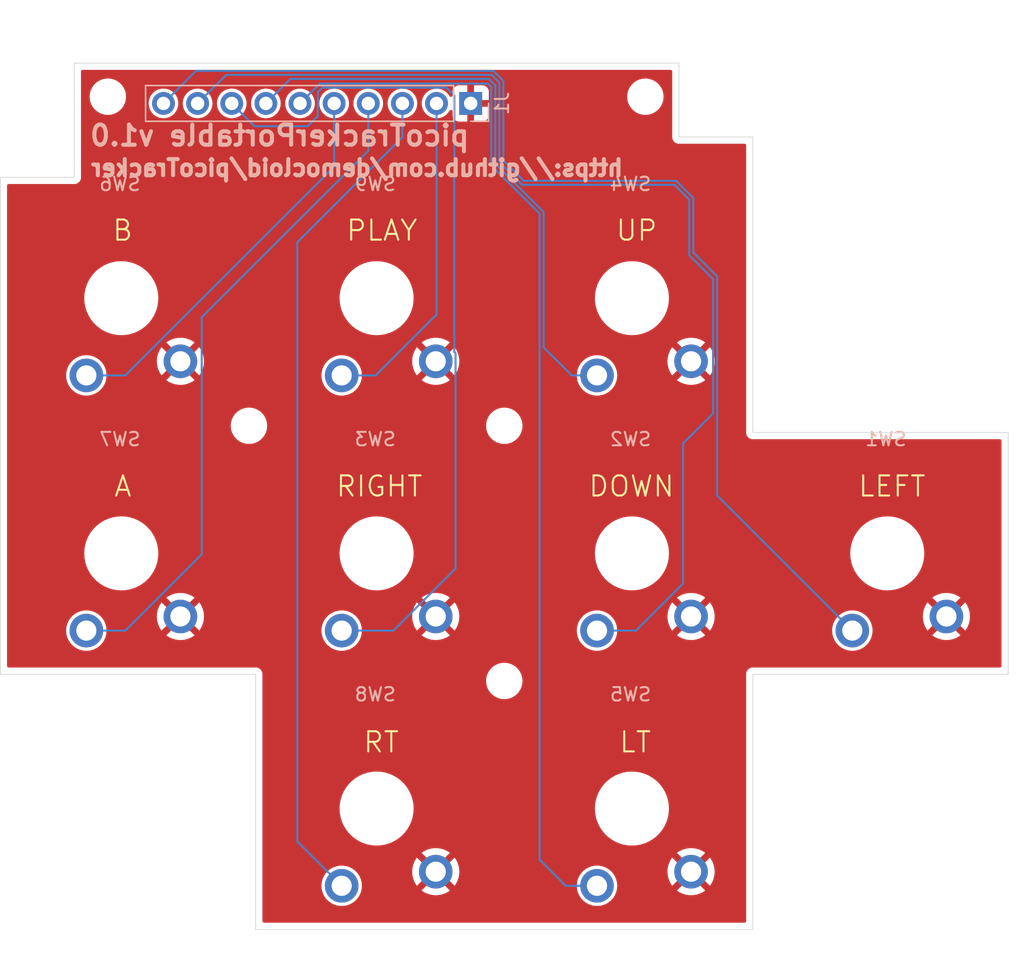
<source format=kicad_pcb>
(kicad_pcb (version 20221018) (generator pcbnew)
  (title_block (title "RP2040 Minimal Design Example") (date "2020-07-13") (rev "REV1") (company "Raspberry Pi (Trading) Ltd"))
  (layers (0 "F.Cu" signal) (31 "B.Cu" signal) (34 "B.Paste" user) (35 "F.Paste" user) (36 "B.SilkS" user "B.Silkscreen") (37 "F.SilkS" user "F.Silkscreen") (38 "B.Mask" user) (39 "F.Mask" user) (44 "Edge.Cuts" user))
  (net 0 "")
  (net 1 "/SW_LEFT")
  (net 2 "/SW_DOWN")
  (net 3 "/SW_RIGHT")
  (net 4 "/SW_UP")
  (net 5 "/SW_LT")
  (net 6 "/SW_B")
  (net 7 "/SW_A")
  (net 8 "/SW_RT")
  (net 9 "/SW_PLAY")
  (net 10 "/GND")
  (footprint "MountingHole:MountingHole_2.2mm_M2" (layer "F.Cu") (at 37.5 82.5)
    (fp_text reference "H3" hide)
    (fp_text value "MountingHole")
    (pad "" np_thru_hole circle locked (at 0 0) (size 2.2 2.2) (drill 2.2) (layers "*.Cu" "*.Mask"))
  )
  (footprint "MountingHole:MountingHole_2.2mm_M2" (layer "F.Cu") (at 37.5 101.5)
    (fp_text reference "H5" hide)
    (fp_text value "MountingHole")
    (pad "" np_thru_hole circle locked (at 0 0) (size 2.2 2.2) (drill 2.2) (layers "*.Cu" "*.Mask"))
  )
  (footprint "MountingHole:MountingHole_2.2mm_M2" (layer "F.Cu") (at 48 58)
    (fp_text reference "H1" hide)
    (fp_text value "MountingHole")
    (pad "" np_thru_hole circle locked (at 0 0) (size 2.2 2.2) (drill 2.2) (layers "*.Cu" "*.Mask"))
  )
  (footprint "MountingHole:MountingHole_2.2mm_M2" (layer "F.Cu") (at 18.5 82.5)
    (fp_text reference "H4" hide)
    (fp_text value "MountingHole")
    (pad "" np_thru_hole circle locked (at 0 0) (size 2.2 2.2) (drill 2.2) (layers "*.Cu" "*.Mask"))
  )
  (footprint "MountingHole:MountingHole_2.2mm_M2" (layer "F.Cu") (at 8 58)
    (fp_text reference "H2" hide)
    (fp_text value "MountingHole")
    (pad "" np_thru_hole circle locked (at 0 0) (size 2.2 2.2) (drill 2.2) (layers "*.Cu" "*.Mask"))
  )
  (footprint "GateronSwitch:gateron-ks27" (layer "B.Cu") (at 66 92 180)
    (fp_text reference "SW1" (at 0.1 8.5 unlocked) (layer "B.SilkS") (effects (justify mirror)))
    (fp_text value "LEFT")
    (pad "" np_thru_hole circle locked (at 0 0 180) (size 5 5) (drill 5) (layers "F&B.Cu" "*.Mask"))
    (pad "1" thru_hole circle locked (at 2.6 -5.75 180) (size 2.5 2.5) (drill 1.5) (layers "*.Cu" "*.Mask") (net 1 "/SW_LEFT"))
    (pad "2" thru_hole circle locked (at -4.4 -4.7 180) (size 2.5 2.5) (drill 1.5) (layers "*.Cu" "*.Mask") (net 10 "/GND"))
  )
  (footprint "GateronSwitch:gateron-ks27" (layer "B.Cu") (at 9 92 180)
    (fp_text reference "SW7" (at 0.1 8.5 unlocked) (layer "B.SilkS") (effects (justify mirror)))
    (fp_text value "A")
    (pad "" np_thru_hole circle locked (at 0 0 180) (size 5 5) (drill 5) (layers "F&B.Cu" "*.Mask"))
    (pad "1" thru_hole circle locked (at 2.6 -5.75 180) (size 2.5 2.5) (drill 1.5) (layers "*.Cu" "*.Mask") (net 7 "/SW_A"))
    (pad "2" thru_hole circle locked (at -4.4 -4.7 180) (size 2.5 2.5) (drill 1.5) (layers "*.Cu" "*.Mask") (net 10 "/GND"))
  )
  (footprint "GateronSwitch:gateron-ks27" (layer "B.Cu") (at 47 92 180)
    (fp_text reference "SW2" (at 0.1 8.5 unlocked) (layer "B.SilkS") (effects (justify mirror)))
    (fp_text value "DOWN")
    (pad "" np_thru_hole circle locked (at 0 0 180) (size 5 5) (drill 5) (layers "F&B.Cu" "*.Mask"))
    (pad "1" thru_hole circle locked (at 2.6 -5.75 180) (size 2.5 2.5) (drill 1.5) (layers "*.Cu" "*.Mask") (net 2 "/SW_DOWN"))
    (pad "2" thru_hole circle locked (at -4.4 -4.7 180) (size 2.5 2.5) (drill 1.5) (layers "*.Cu" "*.Mask") (net 10 "/GND"))
  )
  (footprint "GateronSwitch:gateron-ks27" (layer "B.Cu") (at 9 73 180)
    (fp_text reference "SW6" (at 0.1 8.5 unlocked) (layer "B.SilkS") (effects (justify mirror)))
    (fp_text value "B")
    (pad "" np_thru_hole circle locked (at 0 0 180) (size 5 5) (drill 5) (layers "F&B.Cu" "*.Mask"))
    (pad "1" thru_hole circle locked (at 2.6 -5.75 180) (size 2.5 2.5) (drill 1.5) (layers "*.Cu" "*.Mask") (net 6 "/SW_B"))
    (pad "2" thru_hole circle locked (at -4.4 -4.7 180) (size 2.5 2.5) (drill 1.5) (layers "*.Cu" "*.Mask") (net 10 "/GND"))
  )
  (footprint "GateronSwitch:gateron-ks27" (layer "B.Cu") (at 47 111 180)
    (fp_text reference "SW5" (at 0.1 8.5 unlocked) (layer "B.SilkS") (effects (justify mirror)))
    (fp_text value "LT")
    (pad "" np_thru_hole circle locked (at 0 0 180) (size 5 5) (drill 5) (layers "F&B.Cu" "*.Mask"))
    (pad "1" thru_hole circle locked (at 2.6 -5.75 180) (size 2.5 2.5) (drill 1.5) (layers "*.Cu" "*.Mask") (net 5 "/SW_LT"))
    (pad "2" thru_hole circle locked (at -4.4 -4.7 180) (size 2.5 2.5) (drill 1.5) (layers "*.Cu" "*.Mask") (net 10 "/GND"))
  )
  (footprint "GateronSwitch:gateron-ks27" (layer "B.Cu") (at 28 73 180)
    (fp_text reference "SW9" (at 0.1 8.5 unlocked) (layer "B.SilkS") (effects (justify mirror)))
    (fp_text value "PLAY")
    (pad "" np_thru_hole circle locked (at 0 0 180) (size 5 5) (drill 5) (layers "F&B.Cu" "*.Mask"))
    (pad "1" thru_hole circle locked (at 2.6 -5.75 180) (size 2.5 2.5) (drill 1.5) (layers "*.Cu" "*.Mask") (net 9 "/SW_PLAY"))
    (pad "2" thru_hole circle locked (at -4.4 -4.7 180) (size 2.5 2.5) (drill 1.5) (layers "*.Cu" "*.Mask") (net 10 "/GND"))
  )
  (footprint "GateronSwitch:gateron-ks27" (layer "B.Cu") (at 28 111 180)
    (fp_text reference "SW8" (at 0.1 8.5 unlocked) (layer "B.SilkS") (effects (justify mirror)))
    (fp_text value "RT")
    (pad "" np_thru_hole circle locked (at 0 0 180) (size 5 5) (drill 5) (layers "F&B.Cu" "*.Mask"))
    (pad "1" thru_hole circle locked (at 2.6 -5.75 180) (size 2.5 2.5) (drill 1.5) (layers "*.Cu" "*.Mask") (net 8 "/SW_RT"))
    (pad "2" thru_hole circle locked (at -4.4 -4.7 180) (size 2.5 2.5) (drill 1.5) (layers "*.Cu" "*.Mask") (net 10 "/GND"))
  )
  (footprint "GateronSwitch:gateron-ks27" (layer "B.Cu") (at 47 73 180)
    (fp_text reference "SW4" (at 0.1 8.5 unlocked) (layer "B.SilkS") (effects (justify mirror)))
    (fp_text value "UP")
    (pad "" np_thru_hole circle locked (at 0 0 180) (size 5 5) (drill 5) (layers "F&B.Cu" "*.Mask"))
    (pad "1" thru_hole circle locked (at 2.6 -5.75 180) (size 2.5 2.5) (drill 1.5) (layers "*.Cu" "*.Mask") (net 4 "/SW_UP"))
    (pad "2" thru_hole circle locked (at -4.4 -4.7 180) (size 2.5 2.5) (drill 1.5) (layers "*.Cu" "*.Mask") (net 10 "/GND"))
  )
  (footprint "GateronSwitch:gateron-ks27" (layer "B.Cu") (at 28 92 180)
    (fp_text reference "SW3" (at 0.1 8.5 unlocked) (layer "B.SilkS") (effects (justify mirror)))
    (fp_text value "RIGHT")
    (pad "" np_thru_hole circle locked (at 0 0 180) (size 5 5) (drill 5) (layers "F&B.Cu" "*.Mask"))
    (pad "1" thru_hole circle locked (at 2.6 -5.75 180) (size 2.5 2.5) (drill 1.5) (layers "*.Cu" "*.Mask") (net 3 "/SW_RIGHT"))
    (pad "2" thru_hole circle locked (at -4.4 -4.7 180) (size 2.5 2.5) (drill 1.5) (layers "*.Cu" "*.Mask") (net 10 "/GND"))
  )
  (footprint "Connector_PinHeader_2.54mm:PinHeader_1x10_P2.54mm_Vertical" (layer "B.Cu") (at 35 58.5 90)
    (fp_text reference "J1" (at 0 2.33 270) (layer "B.SilkS") (effects (justify mirror)))
    (fp_text value "Conn_01x10")
    (fp_line (start -1.33 -24.19) (end 1.33 -24.19) (stroke (width 0.12)) (layer "B.SilkS"))
    (fp_line (start -1.33 -1.27) (end -1.33 -24.19) (stroke (width 0.12)) (layer "B.SilkS"))
    (fp_line (start -1.33 -1.27) (end 1.33 -1.27) (stroke (width 0.12)) (layer "B.SilkS"))
    (fp_line (start -1.33 0) (end -1.33 1.33) (stroke (width 0.12)) (layer "B.SilkS"))
    (fp_line (start -1.33 1.33) (end 0 1.33) (stroke (width 0.12)) (layer "B.SilkS"))
    (fp_line (start 1.33 -1.27) (end 1.33 -24.19) (stroke (width 0.12)) (layer "B.SilkS"))
    (pad "1" thru_hole rect (at 0 0 90) (size 1.7 1.7) (drill 1) (layers "*.Cu" "*.Mask") (net 10 "/GND"))
    (pad "2" thru_hole oval (at 0 -2.54 90) (size 1.7 1.7) (drill 1) (layers "*.Cu" "*.Mask") (net 9 "/SW_PLAY"))
    (pad "3" thru_hole oval (at 0 -5.08 90) (size 1.7 1.7) (drill 1) (layers "*.Cu" "*.Mask") (net 8 "/SW_RT"))
    (pad "4" thru_hole oval (at 0 -7.62 90) (size 1.7 1.7) (drill 1) (layers "*.Cu" "*.Mask") (net 7 "/SW_A"))
    (pad "5" thru_hole oval (at 0 -10.16 90) (size 1.7 1.7) (drill 1) (layers "*.Cu" "*.Mask") (net 6 "/SW_B"))
    (pad "6" thru_hole oval (at 0 -12.7 90) (size 1.7 1.7) (drill 1) (layers "*.Cu" "*.Mask") (net 5 "/SW_LT"))
    (pad "7" thru_hole oval (at 0 -15.24 90) (size 1.7 1.7) (drill 1) (layers "*.Cu" "*.Mask") (net 4 "/SW_UP"))
    (pad "8" thru_hole oval (at 0 -17.78 90) (size 1.7 1.7) (drill 1) (layers "*.Cu" "*.Mask") (net 3 "/SW_RIGHT"))
    (pad "9" thru_hole oval (at 0 -20.32 90) (size 1.7 1.7) (drill 1) (layers "*.Cu" "*.Mask") (net 2 "/SW_DOWN"))
    (pad "10" thru_hole oval (at 0 -22.86 90) (size 1.7 1.7) (drill 1) (layers "*.Cu" "*.Mask") (net 1 "/SW_LEFT"))
  )
  (gr_line locked (start 19 120) (end 19 101) (stroke (width 0.05)) (layer "Edge.Cuts"))
  (gr_line locked (start 5.5 64) (end 5.5 55.5) (stroke (width 0.05)) (layer "Edge.Cuts"))
  (gr_line locked (start 75 83) (end 56 83) (stroke (width 0.05)) (layer "Edge.Cuts"))
  (gr_line locked (start 56 120) (end 56 101) (stroke (width 0.05)) (layer "Edge.Cuts"))
  (gr_line locked (start 56 120) (end 19 120) (stroke (width 0.05)) (layer "Edge.Cuts"))
  (gr_line locked (start 56 61) (end 50.5 61) (stroke (width 0.05)) (layer "Edge.Cuts"))
  (gr_line locked (start 75 101) (end 56 101) (stroke (width 0.05)) (layer "Edge.Cuts"))
  (gr_line locked (start 19 101) (end 0 101) (stroke (width 0.05)) (layer "Edge.Cuts"))
  (gr_line locked (start 50.5 61) (end 50.5 55.5) (stroke (width 0.05)) (layer "Edge.Cuts"))
  (gr_line locked (start 75 101) (end 75 83) (stroke (width 0.05)) (layer "Edge.Cuts"))
  (gr_line locked (start 5.5 64) (end 0 64) (stroke (width 0.05)) (layer "Edge.Cuts"))
  (gr_line locked (start 0 101) (end 0 64) (stroke (width 0.05)) (layer "Edge.Cuts"))
  (gr_line locked (start 50.5 55.5) (end 5.5 55.5) (stroke (width 0.05)) (layer "Edge.Cuts"))
  (gr_line locked (start 56 83) (end 56 61) (stroke (width 0.05)) (layer "Edge.Cuts"))
  (gr_text "picoTrackerPortable v1.0" (at 35.052 61.7728) (layer "B.SilkS") (effects (font (size 1.5 1.5) (thickness 0.3) bold) (justify left bottom mirror)))
  (gr_text "https://github.com/democloid/picoTracker" (at 46.482 64.008) (layer "B.SilkS") (effects (font (size 1.2 1.2) (thickness 0.3) bold) (justify left bottom mirror)))
  (gr_text "RIGHT" (at 24.892 87.884) (layer "F.SilkS") (effects (font (size 1.5 1.5)) (justify left bottom)))
  (gr_text "A" (at 8.382 87.884) (layer "F.SilkS") (effects (font (size 1.5 1.5)) (justify left bottom)))
  (gr_text "UP" (at 45.72 68.834) (layer "F.SilkS") (effects (font (size 1.5 1.5)) (justify left bottom)))
  (gr_text "LEFT" (at 63.754 87.884) (layer "F.SilkS") (effects (font (size 1.5 1.5)) (justify left bottom)))
  (gr_text "B" (at 8.255 68.834) (layer "F.SilkS") (effects (font (size 1.5 1.5)) (justify left bottom)))
  (gr_text "DOWN" (at 43.688 87.884) (layer "F.SilkS") (effects (font (size 1.5 1.5)) (justify left bottom)))
  (gr_text "LT" (at 45.974 106.934) (layer "F.SilkS") (effects (font (size 1.5 1.5)) (justify left bottom)))
  (gr_text "PLAY" (at 25.654 68.834) (layer "F.SilkS") (effects (font (size 1.5 1.5)) (justify left bottom)))
  (gr_text "RT" (at 26.924 106.934) (layer "F.SilkS") (effects (font (size 1.5 1.5)) (justify left bottom)))
  (segment (start 51.562 69.596) (end 53.34 71.374) (width 0.15) (layer "B.Cu") (net 1))
  (segment (start 36.687264 56.075) (end 37.43 56.817736) (width 0.15) (layer "B.Cu") (net 1))
  (segment (start 38.948528 64.262) (end 50.292 64.262) (width 0.15) (layer "B.Cu") (net 1))
  (segment (start 50.292 64.262) (end 51.562 65.532) (width 0.15) (layer "B.Cu") (net 1))
  (segment (start 14.565 56.075) (end 36.687264 56.075) (width 0.15) (layer "B.Cu") (net 1))
  (segment (start 51.562 65.532) (end 51.562 69.596) (width 0.15) (layer "B.Cu") (net 1))
  (segment (start 37.43 56.817736) (end 37.43 62.743472) (width 0.15) (layer "B.Cu") (net 1))
  (segment (start 53.34 87.69) (end 63.4 97.75) (width 0.15) (layer "B.Cu") (net 1))
  (segment (start 37.43 62.743472) (end 38.948528 64.262) (width 0.15) (layer "B.Cu") (net 1))
  (segment (start 53.34 71.374) (end 53.34 87.69) (width 0.15) (layer "B.Cu") (net 1))
  (segment (start 12.14 58.5) (end 14.565 56.075) (width 0.15) (layer "B.Cu") (net 1))
  (segment (start 53.04 71.582) (end 53.04 81.58) (width 0.15) (layer "B.Cu") (net 2))
  (segment (start 37.13 62.867736) (end 38.824264 64.562) (width 0.15) (layer "B.Cu") (net 2))
  (segment (start 50.8 94.25) (end 47.3 97.75) (width 0.15) (layer "B.Cu") (net 2))
  (segment (start 50.167736 64.562) (end 51.262 65.656264) (width 0.15) (layer "B.Cu") (net 2))
  (segment (start 47.3 97.75) (end 44.4 97.75) (width 0.15) (layer "B.Cu") (net 2))
  (segment (start 51.262 69.804) (end 53.04 71.582) (width 0.15) (layer "B.Cu") (net 2))
  (segment (start 16.805 56.375) (end 36.563 56.375) (width 0.15) (layer "B.Cu") (net 2))
  (segment (start 50.8 83.82) (end 50.8 94.25) (width 0.15) (layer "B.Cu") (net 2))
  (segment (start 53.04 81.58) (end 50.8 83.82) (width 0.15) (layer "B.Cu") (net 2))
  (segment (start 51.262 65.656264) (end 51.262 69.804) (width 0.15) (layer "B.Cu") (net 2))
  (segment (start 37.13 56.942) (end 37.13 62.867736) (width 0.15) (layer "B.Cu") (net 2))
  (segment (start 38.824264 64.562) (end 50.167736 64.562) (width 0.15) (layer "B.Cu") (net 2))
  (segment (start 14.68 58.5) (end 16.805 56.375) (width 0.15) (layer "B.Cu") (net 2))
  (segment (start 36.563 56.375) (end 37.13 56.942) (width 0.15) (layer "B.Cu") (net 2))
  (segment (start 33.195 57.325) (end 33.782 57.912) (width 0.15) (layer "B.Cu") (net 3))
  (segment (start 29.25 97.75) (end 25.4 97.75) (width 0.15) (layer "B.Cu") (net 3))
  (segment (start 18.918 60.198) (end 22.86 60.198) (width 0.15) (layer "B.Cu") (net 3))
  (segment (start 23.622 59.436) (end 23.622 57.658) (width 0.15) (layer "B.Cu") (net 3))
  (segment (start 33.782 57.912) (end 33.782 77.00276) (width 0.15) (layer "B.Cu") (net 3))
  (segment (start 33.875 77.09576) (end 33.875 93.125) (width 0.15) (layer "B.Cu") (net 3))
  (segment (start 23.955 57.325) (end 33.195 57.325) (width 0.15) (layer "B.Cu") (net 3))
  (segment (start 33.782 77.00276) (end 33.875 77.09576) (width 0.15) (layer "B.Cu") (net 3))
  (segment (start 17.22 58.5) (end 18.918 60.198) (width 0.15) (layer "B.Cu") (net 3))
  (segment (start 33.875 93.125) (end 29.25 97.75) (width 0.15) (layer "B.Cu") (net 3))
  (segment (start 22.86 60.198) (end 23.622 59.436) (width 0.15) (layer "B.Cu") (net 3))
  (segment (start 23.622 57.658) (end 23.955 57.325) (width 0.15) (layer "B.Cu") (net 3))
  (segment (start 21.585 56.675) (end 19.76 58.5) (width 0.15) (layer "B.Cu") (net 4))
  (segment (start 40.432 76.662) (end 40.432 66.594) (width 0.15) (layer "B.Cu") (net 4))
  (segment (start 36.83 62.992) (end 36.83 57.15) (width 0.15) (layer "B.Cu") (net 4))
  (segment (start 36.355 56.675) (end 21.585 56.675) (width 0.15) (layer "B.Cu") (net 4))
  (segment (start 44.4 78.75) (end 42.52 78.75) (width 0.15) (layer "B.Cu") (net 4))
  (segment (start 40.432 66.594) (end 36.83 62.992) (width 0.15) (layer "B.Cu") (net 4))
  (segment (start 36.83 57.15) (end 36.355 56.675) (width 0.15) (layer "B.Cu") (net 4))
  (segment (start 42.52 78.75) (end 40.432 76.662) (width 0.15) (layer "B.Cu") (net 4))
  (segment (start 36.280736 57.025) (end 36.53 57.274264) (width 0.15) (layer "B.Cu") (net 5))
  (segment (start 22.3 58.5) (end 23.775 57.025) (width 0.15) (layer "B.Cu") (net 5))
  (segment (start 40.132 66.718264) (end 40.132 114.808) (width 0.15) (layer "B.Cu") (net 5))
  (segment (start 23.775 57.025) (end 36.280736 57.025) (width 0.15) (layer "B.Cu") (net 5))
  (segment (start 36.53 57.274264) (end 36.53 63.116264) (width 0.15) (layer "B.Cu") (net 5))
  (segment (start 42.074 116.75) (end 44.4 116.75) (width 0.15) (layer "B.Cu") (net 5))
  (segment (start 36.53 63.116264) (end 40.132 66.718264) (width 0.15) (layer "B.Cu") (net 5))
  (segment (start 40.132 114.808) (end 42.074 116.75) (width 0.15) (layer "B.Cu") (net 5))
  (segment (start 24.84 63.21) (end 24.84 58.5) (width 0.15) (layer "B.Cu") (net 6))
  (segment (start 9.3 78.75) (end 24.84 63.21) (width 0.15) (layer "B.Cu") (net 6))
  (segment (start 6.4 78.75) (end 9.3 78.75) (width 0.15) (layer "B.Cu") (net 6))
  (segment (start 27.38 62.028) (end 27.38 58) (width 0.15) (layer "B.Cu") (net 7))
  (segment (start 9.3 97.75) (end 14.986 92.064) (width 0.15) (layer "B.Cu") (net 7))
  (segment (start 6.4 97.75) (end 9.3 97.75) (width 0.15) (layer "B.Cu") (net 7))
  (segment (start 14.986 92.064) (end 14.986 74.422) (width 0.15) (layer "B.Cu") (net 7))
  (segment (start 14.986 74.422) (end 27.38 62.028) (width 0.15) (layer "B.Cu") (net 7))
  (segment (start 25.4 116.75) (end 22.098 113.448) (width 0.15) (layer "B.Cu") (net 8))
  (segment (start 29.92 61.012) (end 29.92 58.5) (width 0.15) (layer "B.Cu") (net 8))
  (segment (start 22.098 68.834) (end 29.92 61.012) (width 0.15) (layer "B.Cu") (net 8))
  (segment (start 22.098 113.448) (end 22.098 68.834) (width 0.15) (layer "B.Cu") (net 8))
  (segment (start 25.4 78.75) (end 27.93 78.75) (width 0.15) (layer "B.Cu") (net 9))
  (segment (start 32.46 74.22) (end 32.46 58.5) (width 0.15) (layer "B.Cu") (net 9))
  (segment (start 27.93 78.75) (end 32.46 74.22) (width 0.15) (layer "B.Cu") (net 9))
  (zone (net 10) (net_name "/GND") (layer "F.Cu") (connect_pads (clearance 0.25)) (min_thickness 0.25) (fill yes (thermal_gap 0.5) (thermal_bridge_width 0.5))
    (polygon (pts (xy 0 50.8) (xy 76.2 50.8) (xy 76.2 121.92) (xy 0 121.92)))
  )
)
</source>
